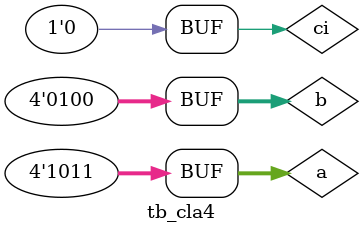
<source format=v>
`timescale 1ns/100ps

module tb_cla4;	
	
	reg [3:0] a, b; // Declare 4-bit registers 'a' and 'b'
	reg ci; // Declare a 1-bit register 'ci'
	wire [3:0] s; // Declare an output signal 's'
	wire co; // Declare an output signal 'co'

	cla4 tb(.s(s), .co(co), .a(a), .b(b), .ci(ci)); // Instantiate module cla4 and connect the input and output signals

	
	initial
	begin
		#0 a = 4'b0000; b = 4'b0000; ci = 0;// 0 + 0
		
		#5	a = 4'b0100; b = 4'b0000; // 4 + 0
		#5	a = 4'b0000; b = 4'b1000; // 0 + 8
		
		#5	a = 4'b0110; b = 4'b0001; // 6 + 1
		#5	a = 4'b0010; b = 4'b0101; // 2 + 5
		
		#5	a = 4'b1000; b = 4'b1000; // 8 + 8 // overflow
		#5	a = 4'b1001; b = 4'b0001; // 9 + 1
		
		#5	a = 4'b1110; b = 4'b0001; // 14 + 1
		#5	a = 4'b0001; b = 4'b1110; // 1 + 14
		
		#5	a = 4'b1111; b = 4'b0000; // 15 + 0
		#5	a = 4'b0000; b = 4'b1111; // 0 + 15
		
		#5	a = 4'b1111; b = 4'b1101; // 15 + 13 overflow
		#5	a = 4'b1011; b = 4'b0100; // 11 + 4
		
		#5;
		
	end
	
endmodule

</source>
